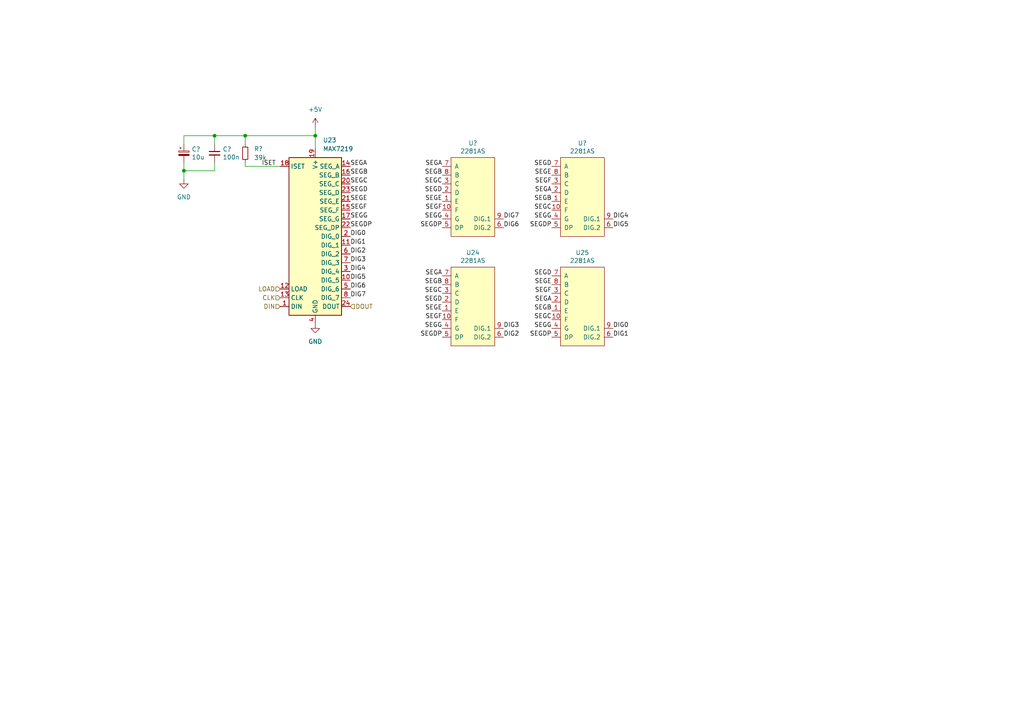
<source format=kicad_sch>
(kicad_sch (version 20231120) (generator "eeschema") (generator_version "8.0")
  (paper "A4")
  (title_block (title "displayblock") (date "${DATE}") (rev "${VERSION}") (company "Qetesh"))
  (lib_symbols
    (symbol "Device:C_Polarized_Small" (pin_numbers hide) (pin_names (offset 0.254) hide)
      (property "Reference" "C" (at 0.254 1.778 0))
      (property "Value" "C_Polarized_Small" (at 0.254 -2.032 0))
      (symbol "C_Polarized_Small_0_1"
        (rectangle (start -1.524 -0.3048) (end 1.524 -0.6858) (fill (type outline)))
        (rectangle (start -1.524 0.6858) (end 1.524 0.3048))
        (polyline (pts (xy -1.27 1.524) (xy -0.762 1.524)))
        (polyline (pts (xy -1.016 1.27) (xy -1.016 1.778)))
      )
      (symbol "C_Polarized_Small_1_1"
        (pin passive line (at 0 2.54 270) (length 1.8542) (name "~") (number "1"))
        (pin passive line (at 0 -2.54 90) (length 1.8542) (name "~") (number "2"))
      )
    )
    (symbol "Device:C_Small" (pin_numbers hide) (pin_names (offset 0.254) hide)
      (property "Reference" "C" (at 0.254 1.778 0))
      (property "Value" "C_Small" (at 0.254 -2.032 0))
      (symbol "C_Small_0_1"
        (polyline (pts (xy -1.524 -0.508) (xy 1.524 -0.508)) (stroke (width 0.3302)))
        (polyline (pts (xy -1.524 0.508) (xy 1.524 0.508)) (stroke (width 0.3048)))
      )
      (symbol "C_Small_1_1"
        (pin passive line (at 0 2.54 270) (length 2.032) (name "~") (number "1"))
        (pin passive line (at 0 -2.54 90) (length 2.032) (name "~") (number "2"))
      )
    )
    (symbol "Device:R_Small" (pin_numbers hide) (pin_names (offset 0.254) hide)
      (property "Reference" "R" (at 0.762 0.508 0))
      (property "Value" "R_Small" (at 0.762 -1.016 0))
      (symbol "R_Small_0_1"
        (rectangle (start -0.762 1.778) (end 0.762 -1.778) (stroke (width 0.2032)))
      )
      (symbol "R_Small_1_1"
        (pin passive line (at 0 2.54 270) (length 0.762) (name "~") (number "1"))
        (pin passive line (at 0 -2.54 90) (length 0.762) (name "~") (number "2"))
      )
    )
    (symbol "Driver_LED:MAX7219"
      (property "Reference" "U" (at -6.35 24.13 0))
      (property "Value" "MAX7219" (at 1.27 25.4 0))
      (symbol "MAX7219_0_1"
        (rectangle (start -7.62 22.86) (end 7.62 -22.86) (stroke (width 0.254)) (fill (type background)))
      )
      (symbol "MAX7219_1_1"
        (pin input line (at -10.16 -20.32 0) (length 2.54) (name "DIN") (number "1"))
        (pin output line (at 10.16 -12.7 180) (length 2.54) (name "DIG_5") (number "10"))
        (pin output line (at 10.16 -2.54 180) (length 2.54) (name "DIG_1") (number "11"))
        (pin input line (at -10.16 -15.24 0) (length 2.54) (name "LOAD") (number "12"))
        (pin input line (at -10.16 -17.78 0) (length 2.54) (name "CLK") (number "13"))
        (pin output line (at 10.16 20.32 180) (length 2.54) (name "SEG_A") (number "14"))
        (pin output line (at 10.16 7.62 180) (length 2.54) (name "SEG_F") (number "15"))
        (pin output line (at 10.16 17.78 180) (length 2.54) (name "SEG_B") (number "16"))
        (pin output line (at 10.16 5.08 180) (length 2.54) (name "SEG_G") (number "17"))
        (pin input line (at -10.16 20.32 0) (length 2.54) (name "ISET") (number "18"))
        (pin power_in line (at 0 25.4 270) (length 2.54) (name "V+") (number "19"))
        (pin output line (at 10.16 0 180) (length 2.54) (name "DIG_0") (number "2"))
        (pin output line (at 10.16 15.24 180) (length 2.54) (name "SEG_C") (number "20"))
        (pin output line (at 10.16 10.16 180) (length 2.54) (name "SEG_E") (number "21"))
        (pin output line (at 10.16 2.54 180) (length 2.54) (name "SEG_DP") (number "22"))
        (pin output line (at 10.16 12.7 180) (length 2.54) (name "SEG_D") (number "23"))
        (pin output line (at 10.16 -20.32 180) (length 2.54) (name "DOUT") (number "24"))
        (pin output line (at 10.16 -10.16 180) (length 2.54) (name "DIG_4") (number "3"))
        (pin power_in line (at 0 -25.4 90) (length 2.54) (name "GND") (number "4"))
        (pin output line (at 10.16 -15.24 180) (length 2.54) (name "DIG_6") (number "5"))
        (pin output line (at 10.16 -5.08 180) (length 2.54) (name "DIG_2") (number "6"))
        (pin output line (at 10.16 -7.62 180) (length 2.54) (name "DIG_3") (number "7"))
        (pin output line (at 10.16 -17.78 180) (length 2.54) (name "DIG_7") (number "8"))
        (pin passive line (at 0 -25.4 90) (length 2.54) hide (name "GND") (number "9"))
      )
    )
    (symbol "climatedisplay:2281AS-Display_Character" (pin_names (offset 1.016))
      (property "Reference" "U" (at 0 1.27 0))
      (property "Value" "2281AS-Display_Character" (at 0 -1.27 0))
      (symbol "2281AS-Display_Character_0_1"
        (rectangle (start -6.35 -2.54) (end 6.35 -25.4) (fill (type background)))
      )
      (symbol "2281AS-Display_Character_1_1"
        (pin input line (at -8.89 -15.24 0) (length 2.54) (name "E") (number "1"))
        (pin input line (at -8.89 -17.78 0) (length 2.54) (name "F") (number "10"))
        (pin input line (at -8.89 -12.7 0) (length 2.54) (name "D") (number "2"))
        (pin input line (at -8.89 -10.16 0) (length 2.54) (name "C") (number "3"))
        (pin input line (at -8.89 -20.32 0) (length 2.54) (name "G") (number "4"))
        (pin input line (at -8.89 -22.86 0) (length 2.54) (name "DP") (number "5"))
        (pin input line (at 8.89 -22.86 180) (length 2.54) (name "DIG.2") (number "6"))
        (pin input line (at -8.89 -5.08 0) (length 2.54) (name "A") (number "7"))
        (pin input line (at -8.89 -7.62 0) (length 2.54) (name "B") (number "8"))
        (pin input line (at 8.89 -20.32 180) (length 2.54) (name "DIG.1") (number "9"))
      )
    )
    (symbol "power:+5V" (power) (pin_numbers hide) (pin_names (offset 0) hide)
      (property "Value" "+5V" (at 0 3.556 0))
      (symbol "+5V_0_1"
        (polyline (pts (xy -0.762 1.27) (xy 0 2.54)))
        (polyline (pts (xy 0 0) (xy 0 2.54)))
        (polyline (pts (xy 0 2.54) (xy 0.762 1.27)))
      )
      (symbol "+5V_1_1"
        (pin power_in line (at 0 0 90) (length 0) (name "~") (number "1"))
      )
    )
    (symbol "power:GND" (power) (pin_numbers hide) (pin_names (offset 0) hide)
      (property "Value" "GND" (at 0 -3.81 0))
      (symbol "GND_0_1"
        (polyline (pts (xy 0 0) (xy 0 -1.27) (xy 1.27 -1.27) (xy 0 -2.54) (xy -1.27 -1.27) (xy 0 -1.27)))
      )
      (symbol "GND_1_1"
        (pin power_in line (at 0 0 270) (length 0) (name "~") (number "1"))
      )
    )
  )
  (junction (at 91.44 39.37))
  (junction (at 62.23 39.37))
  (junction (at 53.34 49.53))
  (junction (at 71.12 39.37))
  (wire (pts (xy 53.34 39.37) (xy 53.34 41.91)))
  (wire (pts (xy 71.12 48.26) (xy 81.28 48.26)))
  (wire (pts (xy 62.23 46.99) (xy 62.23 49.53)))
  (wire (pts (xy 71.12 46.99) (xy 71.12 48.26)))
  (wire (pts (xy 53.34 39.37) (xy 62.23 39.37)))
  (wire (pts (xy 62.23 39.37) (xy 62.23 41.91)))
  (wire (pts (xy 53.34 49.53) (xy 62.23 49.53)))
  (wire (pts (xy 53.34 49.53) (xy 53.34 52.07)))
  (wire (pts (xy 53.34 46.99) (xy 53.34 49.53)))
  (wire (pts (xy 71.12 39.37) (xy 62.23 39.37)))
  (wire (pts (xy 71.12 39.37) (xy 91.44 39.37)))
  (wire (pts (xy 91.44 36.83) (xy 91.44 39.37)))
  (wire (pts (xy 71.12 39.37) (xy 71.12 41.91)))
  (wire (pts (xy 91.44 39.37) (xy 91.44 43.18)))
  (label "SEGE" (at 128.27 90.17 180))
  (label "DIG6" (at 146.05 66.04 0))
  (label "SEGD" (at 128.27 87.63 180))
  (label "DIG5" (at 177.8 66.04 0))
  (label "SEGG" (at 101.6 63.5 0))
  (label "SEGG" (at 128.27 95.25 180))
  (label "SEGB" (at 160.02 58.42 180))
  (label "SEGE" (at 101.6 58.42 0))
  (label "SEGG" (at 128.27 63.5 180))
  (label "SEGDP" (at 128.27 66.04 180))
  (label "SEGDP" (at 160.02 97.79 180))
  (label "SEGD" (at 160.02 48.26 180))
  (label "DIG3" (at 146.05 95.25 0))
  (label "SEGD" (at 128.27 55.88 180))
  (label "SEGG" (at 160.02 95.25 180))
  (label "DIG4" (at 101.6 78.74 0))
  (label "DIG1" (at 177.8 97.79 0))
  (label "SEGF" (at 101.6 60.96 0))
  (label "SEGC" (at 128.27 53.34 180))
  (label "SEGD" (at 160.02 80.01 180))
  (label "SEGDP" (at 160.02 66.04 180))
  (label "SEGA" (at 128.27 80.01 180))
  (label "SEGF" (at 160.02 53.34 180))
  (label "SEGA" (at 128.27 48.26 180))
  (label "SEGB" (at 128.27 50.8 180))
  (label "SEGC" (at 160.02 92.71 180))
  (label "SEGB" (at 128.27 82.55 180))
  (label "SEGF" (at 128.27 60.96 180))
  (label "DIG6" (at 101.6 83.82 0))
  (label "SEGE" (at 128.27 58.42 180))
  (label "DIG7" (at 146.05 63.5 0))
  (label "SEGB" (at 101.6 50.8 0))
  (label "SEGC" (at 160.02 60.96 180))
  (label "DIG0" (at 101.6 68.58 0))
  (label "SEGE" (at 160.02 82.55 180))
  (label "DIG0" (at 177.8 95.25 0))
  (label "SEGA" (at 160.02 55.88 180))
  (label "SEGB" (at 160.02 90.17 180))
  (label "DIG7" (at 101.6 86.36 0))
  (label "SEGF" (at 128.27 92.71 180))
  (label "SEGC" (at 128.27 85.09 180))
  (label "SEGE" (at 160.02 50.8 180))
  (label "DIG3" (at 101.6 76.2 0))
  (label "DIG2" (at 146.05 97.79 0))
  (label "SEGA" (at 101.6 48.26 0))
  (label "SEGA" (at 160.02 87.63 180))
  (label "SEGF" (at 160.02 85.09 180))
  (label "SEGC" (at 101.6 53.34 0))
  (label "DIG5" (at 101.6 81.28 0))
  (label "SEGDP" (at 101.6 66.04 0))
  (label "DIG1" (at 101.6 71.12 0))
  (label "DIG2" (at 101.6 73.66 0))
  (label "ISET" (at 80.01 48.26 180))
  (label "SEGG" (at 160.02 63.5 180))
  (label "DIG4" (at 177.8 63.5 0))
  (label "SEGD" (at 101.6 55.88 0))
  (label "SEGDP" (at 128.27 97.79 180))
  (hierarchical_label "DIN" (shape input) (at 81.28 88.9 180))
  (hierarchical_label "DOUT" (shape input) (at 101.6 88.9 0))
  (hierarchical_label "LOAD" (shape input) (at 81.28 83.82 180))
  (hierarchical_label "CLK" (shape input) (at 81.28 86.36 180))
  (symbol (lib_id "Device:C_Polarized_Small") (at 53.34 44.45 0) (unit 1)
    (property "Reference" "C?" (at 55.5752 43.2816 0) (effects (justify left)))
    (property "Value" "10u" (at 55.5752 45.593 0) (effects (justify left)))
    (property "Footprint" "Capacitor_Tantalum_SMD:CP_EIA-3216-18_Kemet-A" (effects (hide yes)))
    (property "Description" "Polarized capacitor, small symbol" (effects (hide yes)))
    (property "LCSC" "C7171" (effects (hide yes)))
    (instances (project "" (path "" (reference "C?") (unit 1)) (path "" (reference "C16") (unit 1)) (path "" (reference "C10") (unit 1)) (path "" (reference "C14") (unit 1)) (path "" (reference "C12") (unit 1))))
  )
  (symbol (lib_id "Device:C_Small") (at 62.23 44.45 0) (unit 1)
    (property "Reference" "C?" (at 64.5668 43.2816 0) (effects (justify left)))
    (property "Value" "100n" (at 64.5668 45.593 0) (effects (justify left)))
    (property "Footprint" "Capacitor_SMD:C_0402_1005Metric" (effects (hide yes)))
    (property "LCSC" "C1525" (effects (hide yes)))
    (instances (project "" (path "" (reference "C?") (unit 1)) (path "" (reference "C17") (unit 1)) (path "" (reference "C11") (unit 1)) (path "" (reference "C15") (unit 1)) (path "" (reference "C13") (unit 1))))
  )
  (symbol (lib_id "Device:R_Small") (at 71.12 44.45 180) (unit 1)
    (property "Reference" "R?" (at 73.66 43.1799 0) (effects (justify right)))
    (property "Value" "39k" (at 73.66 45.7199 0) (effects (justify right)))
    (property "Footprint" "Resistor_SMD:R_0402_1005Metric" (effects (hide yes)))
    (property "LCSC" "C25783" (effects (hide yes)))
    (instances (project "" (path "" (reference "R?") (unit 1)) (path "" (reference "R12") (unit 1)) (path "" (reference "R9") (unit 1)) (path "" (reference "R11") (unit 1)) (path "" (reference "R10") (unit 1))))
  )
  (symbol (lib_id "climatedisplay:2281AS-Display_Character") (at 168.91 43.18 0) (unit 1)
    (property "Reference" "U?" (at 168.91 41.529 0))
    (property "Value" "2281AS" (at 168.91 43.8404 0))
    (property "Footprint" "climatedisplay:2281AS_BS" (effects (hide yes)))
    (instances (project "" (path "" (reference "U?") (unit 1)) (path "" (reference "U22") (unit 1)) (path "" (reference "U7") (unit 1)) (path "" (reference "U17") (unit 1)) (path "" (reference "U12") (unit 1))))
  )
  (symbol (lib_id "climatedisplay:2281AS-Display_Character") (at 137.16 43.18 0) (unit 1)
    (property "Reference" "U?" (at 137.16 41.529 0))
    (property "Value" "2281AS" (at 137.16 43.8404 0))
    (property "Footprint" "climatedisplay:2281AS_BS" (effects (hide yes)))
    (instances (project "" (path "" (reference "U?") (unit 1)) (path "" (reference "U21") (unit 1)) (path "" (reference "U6") (unit 1)) (path "" (reference "U16") (unit 1)) (path "" (reference "U11") (unit 1))))
  )
  (symbol (lib_id "power:GND") (at 91.44 93.98 0) (unit 1)
    (property "Reference" "#PWR041" (effects (hide yes)))
    (property "Value" "GND" (at 91.44 99.06 0))
    (property "Description" "Power symbol creates a global label with name \"GND\" , ground" (effects (hide yes)))
    (instances (project "" (path "" (reference "#PWR041") (unit 1)) (path "" (reference "#PWR032") (unit 1)) (path "" (reference "#PWR038") (unit 1)) (path "" (reference "#PWR035") (unit 1))))
  )
  (symbol (lib_id "power:GND") (at 53.34 52.07 0) (unit 1)
    (property "Reference" "#PWR040" (effects (hide yes)))
    (property "Value" "GND" (at 53.34 57.15 0))
    (property "Description" "Power symbol creates a global label with name \"GND\" , ground" (effects (hide yes)))
    (instances (project "" (path "" (reference "#PWR040") (unit 1)) (path "" (reference "#PWR031") (unit 1)) (path "" (reference "#PWR037") (unit 1)) (path "" (reference "#PWR034") (unit 1))))
  )
  (symbol (lib_id "power:+5V") (at 91.44 36.83 0) (unit 1)
    (property "Reference" "#PWR039" (effects (hide yes)))
    (property "Value" "+5V" (at 91.44 31.75 0))
    (property "Description" "Power symbol creates a global label with name \"+5V\"" (effects (hide yes)))
    (instances (project "" (path "" (reference "#PWR039") (unit 1)) (path "" (reference "#PWR030") (unit 1)) (path "" (reference "#PWR036") (unit 1)) (path "" (reference "#PWR033") (unit 1))))
  )
  (symbol (lib_id "Driver_LED:MAX7219") (at 91.44 68.58 0) (unit 1)
    (property "Reference" "U23" (at 93.6341 40.64 0) (effects (justify left)))
    (property "Value" "MAX7219" (at 93.6341 43.18 0) (effects (justify left)))
    (property "Footprint" "Package_SO:SOP-24_7.5x15.4mm_P1.27mm" (effects (hide yes)))
    (property "Datasheet" "https://datasheets.maximintegrated.com/en/ds/MAX7219-MAX7221.pdf" (effects (hide yes)))
    (property "Description" "8-Digit LED Display Driver" (effects (hide yes)))
    (property "LCSC" "C9964" (effects (hide yes)))
    (instances (project "" (path "" (reference "U23") (unit 1)) (path "" (reference "U8") (unit 1)) (path "" (reference "U18") (unit 1)) (path "" (reference "U13") (unit 1))))
  )
  (symbol (lib_id "climatedisplay:2281AS-Display_Character") (at 168.91 74.93 0) (unit 1)
    (property "Reference" "U25" (at 168.91 73.279 0))
    (property "Value" "2281AS" (at 168.91 75.5904 0))
    (property "Footprint" "climatedisplay:2281AS_BS" (effects (hide yes)))
    (instances (project "climatemeter" (path "" (reference "U25") (unit 1)) (path "" (reference "U10") (unit 1)) (path "" (reference "U20") (unit 1)) (path "" (reference "U15") (unit 1))))
  )
  (symbol (lib_id "climatedisplay:2281AS-Display_Character") (at 137.16 74.93 0) (unit 1)
    (property "Reference" "U24" (at 137.16 73.279 0))
    (property "Value" "2281AS" (at 137.16 75.5904 0))
    (property "Footprint" "climatedisplay:2281AS_BS" (effects (hide yes)))
    (instances (project "climatemeter" (path "" (reference "U24") (unit 1)) (path "" (reference "U9") (unit 1)) (path "" (reference "U19") (unit 1)) (path "" (reference "U14") (unit 1))))
  )
)
</source>
